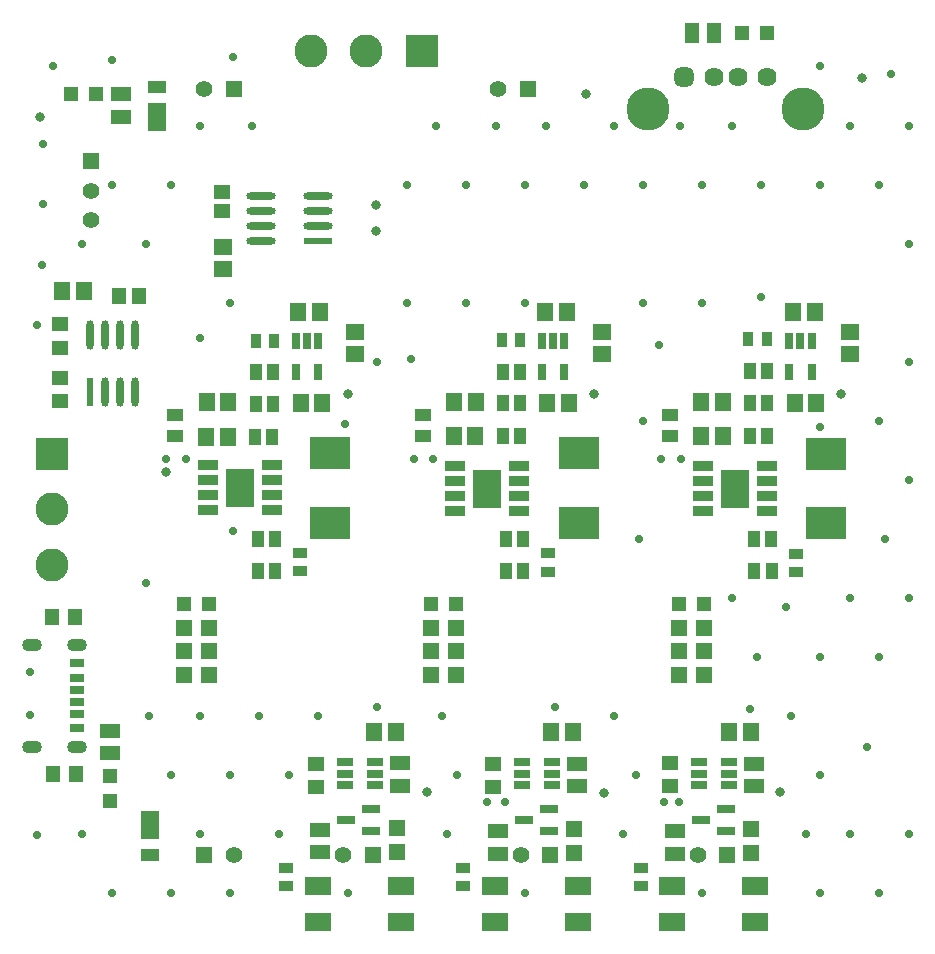
<source format=gbr>
%TF.GenerationSoftware,Altium Limited,Altium Designer,24.5.2 (23)*%
G04 Layer_Color=8388736*
%FSLAX45Y45*%
%MOMM*%
%TF.SameCoordinates,2470441B-8579-4349-B98B-18B4F8D42BC9*%
%TF.FilePolarity,Negative*%
%TF.FileFunction,Soldermask,Top*%
%TF.Part,Single*%
G01*
G75*
%TA.AperFunction,SMDPad,CuDef*%
%ADD10R,0.85814X1.26213*%
%ADD12R,1.26213X0.85814*%
%ADD15R,1.20000X1.20000*%
%ADD20R,1.46213X1.25814*%
%ADD21R,1.45464X1.55620*%
%ADD22R,1.45620X1.25464*%
%ADD23R,1.55620X1.45464*%
%ADD24R,0.62213X2.47407*%
G04:AMPARAMS|DCode=25|XSize=2.47407mm|YSize=0.62213mm|CornerRadius=0.31107mm|HoleSize=0mm|Usage=FLASHONLY|Rotation=90.000|XOffset=0mm|YOffset=0mm|HoleType=Round|Shape=RoundedRectangle|*
%AMROUNDEDRECTD25*
21,1,2.47407,0.00000,0,0,90.0*
21,1,1.85193,0.62213,0,0,90.0*
1,1,0.62213,0.00000,0.92597*
1,1,0.62213,0.00000,-0.92597*
1,1,0.62213,0.00000,-0.92597*
1,1,0.62213,0.00000,0.92597*
%
%ADD25ROUNDEDRECTD25*%
%ADD26R,1.25464X1.45620*%
%ADD27R,2.47407X0.62213*%
G04:AMPARAMS|DCode=28|XSize=2.47407mm|YSize=0.62213mm|CornerRadius=0.31107mm|HoleSize=0mm|Usage=FLASHONLY|Rotation=180.000|XOffset=0mm|YOffset=0mm|HoleType=Round|Shape=RoundedRectangle|*
%AMROUNDEDRECTD28*
21,1,2.47407,0.00000,0,0,180.0*
21,1,1.85193,0.62213,0,0,180.0*
1,1,0.62213,-0.92597,0.00000*
1,1,0.62213,0.92597,0.00000*
1,1,0.62213,0.92597,0.00000*
1,1,0.62213,-0.92597,0.00000*
%
%ADD28ROUNDEDRECTD28*%
%ADD30R,1.36213X1.05814*%
%ADD31R,1.05464X1.35620*%
%ADD34R,1.20000X1.20000*%
%TA.AperFunction,ConnectorPad*%
%ADD35R,1.20000X0.80000*%
%ADD36R,1.20000X0.76000*%
%ADD37R,1.20000X0.70000*%
%TA.AperFunction,SMDPad,CuDef*%
%ADD38R,1.25814X1.46213*%
%TA.AperFunction,ComponentPad*%
%ADD47C,1.40000*%
%ADD48R,1.40000X1.40000*%
G04:AMPARAMS|DCode=51|XSize=1.1mm|YSize=1.7mm|CornerRadius=0.55mm|HoleSize=0mm|Usage=FLASHONLY|Rotation=270.000|XOffset=0mm|YOffset=0mm|HoleType=Round|Shape=RoundedRectangle|*
%AMROUNDEDRECTD51*
21,1,1.10000,0.60000,0,0,270.0*
21,1,0.00000,1.70000,0,0,270.0*
1,1,1.10000,-0.30000,0.00000*
1,1,1.10000,-0.30000,0.00000*
1,1,1.10000,0.30000,0.00000*
1,1,1.10000,0.30000,0.00000*
%
%ADD51ROUNDEDRECTD51*%
%ADD53R,1.40000X1.40000*%
%TA.AperFunction,SMDPad,CuDef*%
%ADD62C,0.80320*%
%ADD63R,1.72820X0.90320*%
%ADD64R,2.41320X3.30320*%
%ADD65R,1.40320X1.40320*%
%ADD66R,1.60320X1.10320*%
%ADD67R,1.60320X2.40320*%
%ADD68R,2.20320X1.60320*%
%ADD69R,1.65320X1.20320*%
%ADD70R,0.80320X1.40320*%
%ADD71R,3.40320X2.80320*%
%ADD72R,1.20320X1.65320*%
%ADD73R,1.45320X0.80320*%
%ADD74R,1.50320X0.80320*%
%ADD75R,1.40320X1.40320*%
%TA.AperFunction,ComponentPad*%
%ADD76C,1.62320*%
G04:AMPARAMS|DCode=77|XSize=1.6232mm|YSize=1.6232mm|CornerRadius=0.4566mm|HoleSize=0mm|Usage=FLASHONLY|Rotation=0.000|XOffset=0mm|YOffset=0mm|HoleType=Round|Shape=RoundedRectangle|*
%AMROUNDEDRECTD77*
21,1,1.62320,0.71000,0,0,0.0*
21,1,0.71000,1.62320,0,0,0.0*
1,1,0.91320,0.35500,-0.35500*
1,1,0.91320,-0.35500,-0.35500*
1,1,0.91320,-0.35500,0.35500*
1,1,0.91320,0.35500,0.35500*
%
%ADD77ROUNDEDRECTD77*%
%ADD78C,3.65320*%
%ADD79C,2.79820*%
%ADD80R,2.79820X2.79820*%
%ADD81R,2.79820X2.79820*%
%TA.AperFunction,ViaPad*%
%ADD82C,0.71120*%
D10*
X2338299Y5139176D02*
D03*
X2182901D02*
D03*
X6506257Y5156200D02*
D03*
X6350859D02*
D03*
X4421099Y5143500D02*
D03*
X4265701D02*
D03*
D12*
X6756400Y3179451D02*
D03*
Y3334850D02*
D03*
X4650342Y3182351D02*
D03*
Y3337750D02*
D03*
X2555932Y3186751D02*
D03*
Y3342150D02*
D03*
X3937000Y674599D02*
D03*
Y519201D02*
D03*
X2438400Y674599D02*
D03*
Y519201D02*
D03*
X5442475Y674599D02*
D03*
Y519201D02*
D03*
D15*
X5762400Y2908300D02*
D03*
X5972400D02*
D03*
X3666900D02*
D03*
X3876900D02*
D03*
X618900Y7226300D02*
D03*
X828900D02*
D03*
X6505800Y7747000D02*
D03*
X6295800D02*
D03*
X1571400Y2908300D02*
D03*
X1781400D02*
D03*
D20*
X520700Y5080639D02*
D03*
Y5276038D02*
D03*
Y4626701D02*
D03*
Y4822099D02*
D03*
X5684368Y1562100D02*
D03*
Y1366701D02*
D03*
X4185768Y1558199D02*
D03*
Y1362801D02*
D03*
X2687168Y1558199D02*
D03*
Y1362801D02*
D03*
D21*
X727578Y5562600D02*
D03*
X542422D02*
D03*
X6912478Y5384800D02*
D03*
X6727322D02*
D03*
X6742368Y4610100D02*
D03*
X6927524D02*
D03*
X4816978Y5384800D02*
D03*
X4631822D02*
D03*
X5950276Y4330700D02*
D03*
X6135433D02*
D03*
X5950276Y4619046D02*
D03*
X6135433D02*
D03*
X4646868Y4610100D02*
D03*
X4832024D02*
D03*
X3857122Y4622800D02*
D03*
X4042278D02*
D03*
X3854776Y4331936D02*
D03*
X4039933D02*
D03*
X6370056Y1822436D02*
D03*
X6184900D02*
D03*
X4867778D02*
D03*
X4682622D02*
D03*
X3369178D02*
D03*
X3184022D02*
D03*
X2725156Y5384800D02*
D03*
X2540000D02*
D03*
X2559057Y4610100D02*
D03*
X2744213D02*
D03*
X1759619Y4326536D02*
D03*
X1944775D02*
D03*
X1763241Y4619046D02*
D03*
X1948397D02*
D03*
D22*
X1890255Y6235644D02*
D03*
Y6400800D02*
D03*
D23*
X1900655Y5934578D02*
D03*
Y5749422D02*
D03*
X5112946Y5210678D02*
D03*
Y5025522D02*
D03*
X3021124Y5210678D02*
D03*
Y5025522D02*
D03*
X7208446Y5210678D02*
D03*
Y5025522D02*
D03*
D24*
X774700Y4701483D02*
D03*
D25*
X901700D02*
D03*
X1028700D02*
D03*
X1155700D02*
D03*
Y5184696D02*
D03*
X1028700D02*
D03*
X901700D02*
D03*
X774700D02*
D03*
D26*
X1022322Y5516635D02*
D03*
X1187478D02*
D03*
D27*
X2705407Y5981700D02*
D03*
D28*
Y6108700D02*
D03*
Y6235700D02*
D03*
Y6362700D02*
D03*
X2222193D02*
D03*
Y6235700D02*
D03*
Y6108700D02*
D03*
Y5981700D02*
D03*
D30*
X5686712Y4331901D02*
D03*
Y4507299D02*
D03*
X3594100Y4331901D02*
D03*
Y4507299D02*
D03*
X1496055Y4331901D02*
D03*
Y4507299D02*
D03*
D31*
X6511478Y4880525D02*
D03*
X6366322D02*
D03*
X6511478Y4610100D02*
D03*
X6366322D02*
D03*
X6511478Y4330700D02*
D03*
X6366322D02*
D03*
X6546778Y3185350D02*
D03*
X6401622D02*
D03*
X6544743Y3455775D02*
D03*
X6399586D02*
D03*
X4415978Y4330700D02*
D03*
X4270822D02*
D03*
X4415978Y4876800D02*
D03*
X4270822D02*
D03*
X4415978Y4610100D02*
D03*
X4270822D02*
D03*
X4441378Y3185350D02*
D03*
X4296222D02*
D03*
X4441378Y3455775D02*
D03*
X4296222D02*
D03*
X2345878Y3192650D02*
D03*
X2200722D02*
D03*
X2346968Y3463075D02*
D03*
X2201812D02*
D03*
X2324443Y4873750D02*
D03*
X2179286D02*
D03*
X2324443Y4603325D02*
D03*
X2179286D02*
D03*
X2320821Y4323925D02*
D03*
X2175664D02*
D03*
D34*
X946225Y1241200D02*
D03*
Y1451200D02*
D03*
D35*
X668300Y2408600D02*
D03*
Y1858600D02*
D03*
D36*
Y2285600D02*
D03*
Y1981600D02*
D03*
D37*
Y2183600D02*
D03*
Y2083600D02*
D03*
D38*
X461101Y1468068D02*
D03*
X656499D02*
D03*
X452301Y2799132D02*
D03*
X647700D02*
D03*
D47*
X2922499Y781900D02*
D03*
X5922499D02*
D03*
X4422499D02*
D03*
X1992700D02*
D03*
X4233100Y7272100D02*
D03*
X1742700D02*
D03*
X781900Y6408100D02*
D03*
Y6158100D02*
D03*
D48*
X3172499Y781900D02*
D03*
X6172499D02*
D03*
X4672499D02*
D03*
X1742700D02*
D03*
X4483100Y7272100D02*
D03*
X1992700D02*
D03*
D51*
X668300Y2565600D02*
D03*
Y1701600D02*
D03*
X288300Y2565600D02*
D03*
Y1701600D02*
D03*
D53*
X781900Y6658100D02*
D03*
D62*
X4978400Y7226300D02*
D03*
X1422400Y4025900D02*
D03*
X355600Y7035800D02*
D03*
X7138181Y4686300D02*
D03*
X5042681D02*
D03*
X2959100D02*
D03*
X3632200Y1320800D02*
D03*
X5130800Y1308100D02*
D03*
X6616700Y1320800D02*
D03*
X7315200Y7366000D02*
D03*
X3200400Y6070600D02*
D03*
Y6286500D02*
D03*
D63*
X3869000Y4076700D02*
D03*
Y3949700D02*
D03*
Y3822700D02*
D03*
Y3695700D02*
D03*
X4411400D02*
D03*
Y3822700D02*
D03*
Y3949700D02*
D03*
Y4076700D02*
D03*
X5964500D02*
D03*
Y3949700D02*
D03*
Y3822700D02*
D03*
Y3695700D02*
D03*
X6506900D02*
D03*
Y3822700D02*
D03*
Y3949700D02*
D03*
Y4076700D02*
D03*
X1773500Y4084000D02*
D03*
Y3957000D02*
D03*
Y3830000D02*
D03*
Y3703000D02*
D03*
X2315900D02*
D03*
Y3830000D02*
D03*
Y3957000D02*
D03*
Y4084000D02*
D03*
D64*
X4140200Y3886200D02*
D03*
X6235700D02*
D03*
X2044700Y3893500D02*
D03*
D65*
X3666900Y2705100D02*
D03*
X3876900D02*
D03*
X5762400Y2311400D02*
D03*
X5972400D02*
D03*
Y2508300D02*
D03*
X5762400D02*
D03*
Y2705100D02*
D03*
X5972400D02*
D03*
X1781400D02*
D03*
X1571400D02*
D03*
X3666900Y2311400D02*
D03*
X3876900D02*
D03*
Y2509200D02*
D03*
X3666900D02*
D03*
X1571400Y2311400D02*
D03*
X1781400D02*
D03*
Y2509200D02*
D03*
X1571400D02*
D03*
D66*
X1282700Y786400D02*
D03*
X1343275Y7284700D02*
D03*
D67*
X1282700Y1041400D02*
D03*
X1343275Y7029700D02*
D03*
D68*
X6407900Y218300D02*
D03*
X5707900D02*
D03*
X6407900Y518300D02*
D03*
X5707900D02*
D03*
X4909300Y218300D02*
D03*
X4209300D02*
D03*
X4909300Y518300D02*
D03*
X4209300D02*
D03*
X3410700Y218300D02*
D03*
X2710700D02*
D03*
X3410700Y518300D02*
D03*
X2710700D02*
D03*
D69*
X1041400Y7225800D02*
D03*
Y7035800D02*
D03*
X946225Y1644900D02*
D03*
Y1834900D02*
D03*
X6400800Y1555500D02*
D03*
Y1365500D02*
D03*
X5727700Y794000D02*
D03*
Y984000D02*
D03*
X4902200Y1555500D02*
D03*
Y1365500D02*
D03*
X4229100Y794000D02*
D03*
Y984000D02*
D03*
X3403626Y1561600D02*
D03*
Y1371600D02*
D03*
X2722574Y806700D02*
D03*
Y996700D02*
D03*
D70*
X6887135Y4873800D02*
D03*
X6697135D02*
D03*
Y5133800D02*
D03*
X6792135D02*
D03*
X6887135D02*
D03*
X4794000Y4873800D02*
D03*
X4604000D02*
D03*
Y5133800D02*
D03*
X4699000D02*
D03*
X4794000D02*
D03*
X2711200Y4873536D02*
D03*
X2521200D02*
D03*
Y5133536D02*
D03*
X2616200D02*
D03*
X2711200D02*
D03*
D71*
X7010400Y4181200D02*
D03*
Y3591200D02*
D03*
X4914900Y4184100D02*
D03*
Y3594100D02*
D03*
X2812625Y3598500D02*
D03*
Y4188500D02*
D03*
D72*
X6064000Y7747000D02*
D03*
X5874000D02*
D03*
D73*
X6182900Y1568200D02*
D03*
Y1473200D02*
D03*
Y1378200D02*
D03*
X5932900D02*
D03*
Y1473200D02*
D03*
Y1568200D02*
D03*
X4684300D02*
D03*
Y1473200D02*
D03*
Y1378200D02*
D03*
X4434300D02*
D03*
Y1473200D02*
D03*
Y1568200D02*
D03*
X3185700D02*
D03*
Y1473200D02*
D03*
Y1378200D02*
D03*
X2935700D02*
D03*
Y1473200D02*
D03*
Y1568200D02*
D03*
D74*
X5952900Y1079500D02*
D03*
X6162900Y1174500D02*
D03*
Y984500D02*
D03*
X4454300Y1079500D02*
D03*
X4664300Y1174500D02*
D03*
Y984500D02*
D03*
X2943000Y1079500D02*
D03*
X3153000Y1174500D02*
D03*
Y984500D02*
D03*
D75*
X6375400Y1006700D02*
D03*
Y796700D02*
D03*
X4876800Y1006700D02*
D03*
Y796700D02*
D03*
X3378200Y1016000D02*
D03*
Y806000D02*
D03*
D76*
X6259533Y7373018D02*
D03*
X6059532D02*
D03*
X6509533D02*
D03*
D77*
X5809532D02*
D03*
D78*
X6816532Y7102018D02*
D03*
X5502533D02*
D03*
D79*
X457200Y3242664D02*
D03*
Y3712664D02*
D03*
X2646026Y7594600D02*
D03*
X3116026D02*
D03*
D80*
X457200Y4182664D02*
D03*
D81*
X3586026Y7594600D02*
D03*
D82*
X7561600Y7396500D02*
D03*
X7710000Y6960000D02*
D03*
X7460000Y6460000D02*
D03*
X7710000Y5960000D02*
D03*
Y4960000D02*
D03*
X7460000Y4460000D02*
D03*
X7710000Y3960000D02*
D03*
X7510800Y3460000D02*
D03*
X7710000Y2960000D02*
D03*
X7460000Y2460000D02*
D03*
X7710000Y960000D02*
D03*
X7460000Y460000D02*
D03*
X6960000Y7460000D02*
D03*
X7210000Y6960000D02*
D03*
X6960000Y6460000D02*
D03*
Y4409200D02*
D03*
X7210000Y2960000D02*
D03*
X6960000Y2460000D02*
D03*
Y1460000D02*
D03*
X7210000Y960000D02*
D03*
X6960000Y460000D02*
D03*
X6460000Y6460000D02*
D03*
Y5510800D02*
D03*
X6671900Y2883800D02*
D03*
X6421900Y2460000D02*
D03*
X6710000Y1960000D02*
D03*
X6837000Y960000D02*
D03*
X6210000Y6960000D02*
D03*
X5960000Y6460000D02*
D03*
Y5460000D02*
D03*
X6210000Y2960000D02*
D03*
X6362400Y2023500D02*
D03*
X5960000Y460000D02*
D03*
X5773500Y6960000D02*
D03*
X5460000Y6460000D02*
D03*
Y5460000D02*
D03*
X5595700Y5099700D02*
D03*
X5460000Y4460000D02*
D03*
X5421900Y3460000D02*
D03*
X5396500Y1460000D02*
D03*
X5210000Y6960000D02*
D03*
X4960000Y6460000D02*
D03*
X5210000Y1960000D02*
D03*
X5286200Y960000D02*
D03*
X4633800Y6960000D02*
D03*
X4460000Y6460000D02*
D03*
Y5460000D02*
D03*
X4710000Y2036200D02*
D03*
X4460000Y460000D02*
D03*
X4210000Y6960000D02*
D03*
X3960000Y6460000D02*
D03*
Y5460000D02*
D03*
X3883800Y1460000D02*
D03*
X3710000Y6960000D02*
D03*
X3460000Y6460000D02*
D03*
Y5460000D02*
D03*
X3494100Y4985400D02*
D03*
X3760800Y1960000D02*
D03*
X3798900Y960000D02*
D03*
X3210000Y4960000D02*
D03*
X2934600Y4434600D02*
D03*
X3210000Y2036200D02*
D03*
X2960000Y460000D02*
D03*
X2710000Y1960000D02*
D03*
X2460000Y1460000D02*
D03*
X1985400Y7536200D02*
D03*
X2146500Y6960000D02*
D03*
X1960000Y5460000D02*
D03*
X1985400Y3523500D02*
D03*
X2210000Y1960000D02*
D03*
X1960000Y1460000D02*
D03*
X2375100Y960000D02*
D03*
X1960000Y460000D02*
D03*
X1710000Y6960000D02*
D03*
X1460000Y6460000D02*
D03*
X1710000Y5163200D02*
D03*
Y1960000D02*
D03*
X1460000Y1460000D02*
D03*
X1710000Y960000D02*
D03*
X1460000Y460000D02*
D03*
X960000Y7510800D02*
D03*
Y6460000D02*
D03*
X1248100Y5960000D02*
D03*
Y3087000D02*
D03*
X1273500Y1960000D02*
D03*
X960000Y460000D02*
D03*
X460000Y7460000D02*
D03*
X710000Y5960000D02*
D03*
Y960000D02*
D03*
X6172200Y3995100D02*
D03*
X6299200D02*
D03*
Y3766500D02*
D03*
X6172200D02*
D03*
Y3873500D02*
D03*
X6299200D02*
D03*
X4076700Y3995100D02*
D03*
X4203700Y3873500D02*
D03*
X4076700Y3766500D02*
D03*
X4203700D02*
D03*
Y3995100D02*
D03*
X4076700Y3873500D02*
D03*
X2108200Y3886200D02*
D03*
X1981200D02*
D03*
Y3779200D02*
D03*
X2108200D02*
D03*
X7353300Y1701800D02*
D03*
X381000Y6807200D02*
D03*
X330200Y952500D02*
D03*
X266700Y1968500D02*
D03*
Y2336800D02*
D03*
X330200Y5270500D02*
D03*
X368300Y5778500D02*
D03*
X381000Y6299200D02*
D03*
X5765800Y1231900D02*
D03*
X5638800D02*
D03*
X4292600D02*
D03*
X4140200D02*
D03*
X5778500Y4140200D02*
D03*
X5613400D02*
D03*
X3683000D02*
D03*
X3517900D02*
D03*
X1422400D02*
D03*
X1587500D02*
D03*
X2108200Y4007800D02*
D03*
X1981200D02*
D03*
%TF.MD5,01b1c95dd1724fb646489dd13facd039*%
M02*

</source>
